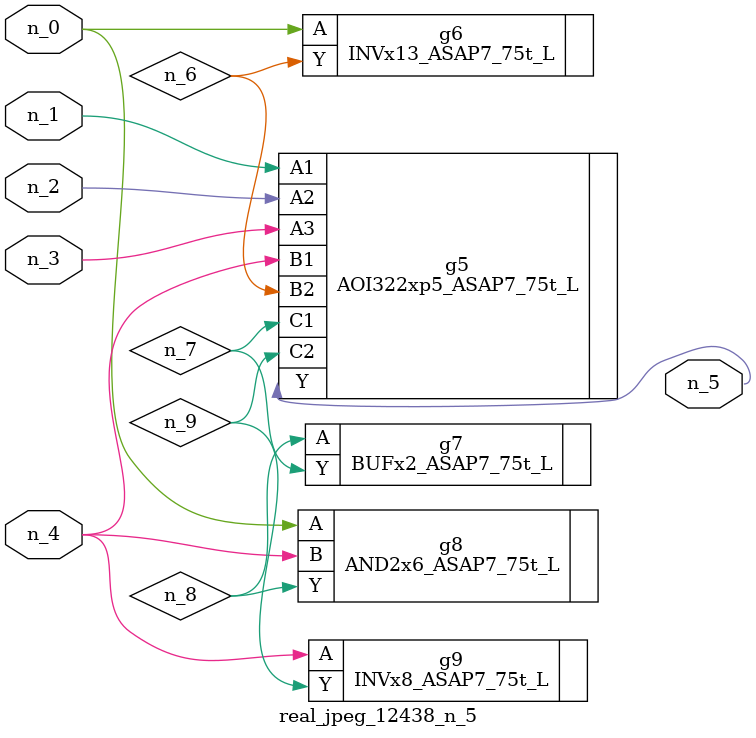
<source format=v>
module real_jpeg_12438_n_5 (n_4, n_0, n_1, n_2, n_3, n_5);

input n_4;
input n_0;
input n_1;
input n_2;
input n_3;

output n_5;

wire n_8;
wire n_6;
wire n_7;
wire n_9;

INVx13_ASAP7_75t_L g6 ( 
.A(n_0),
.Y(n_6)
);

AND2x6_ASAP7_75t_L g8 ( 
.A(n_0),
.B(n_4),
.Y(n_8)
);

AOI322xp5_ASAP7_75t_L g5 ( 
.A1(n_1),
.A2(n_2),
.A3(n_3),
.B1(n_4),
.B2(n_6),
.C1(n_7),
.C2(n_9),
.Y(n_5)
);

INVx8_ASAP7_75t_L g9 ( 
.A(n_4),
.Y(n_9)
);

BUFx2_ASAP7_75t_L g7 ( 
.A(n_8),
.Y(n_7)
);


endmodule
</source>
